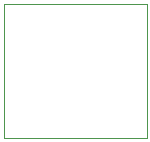
<source format=gbr>
G04 #@! TF.GenerationSoftware,KiCad,Pcbnew,(5.1.5)-3*
G04 #@! TF.CreationDate,2020-08-05T00:43:19-04:00*
G04 #@! TF.ProjectId,SOIC 8-14-16-20,534f4943-2038-42d3-9134-2d31362d3230,rev?*
G04 #@! TF.SameCoordinates,Original*
G04 #@! TF.FileFunction,Profile,NP*
%FSLAX46Y46*%
G04 Gerber Fmt 4.6, Leading zero omitted, Abs format (unit mm)*
G04 Created by KiCad (PCBNEW (5.1.5)-3) date 2020-08-05 00:43:19*
%MOMM*%
%LPD*%
G04 APERTURE LIST*
%ADD10C,0.050000*%
G04 APERTURE END LIST*
D10*
X138400000Y-91200000D02*
X138400000Y-79800000D01*
X150500000Y-91200000D02*
X138400000Y-91200000D01*
X150500000Y-79800000D02*
X150500000Y-91200000D01*
X138400000Y-79800000D02*
X150500000Y-79800000D01*
M02*

</source>
